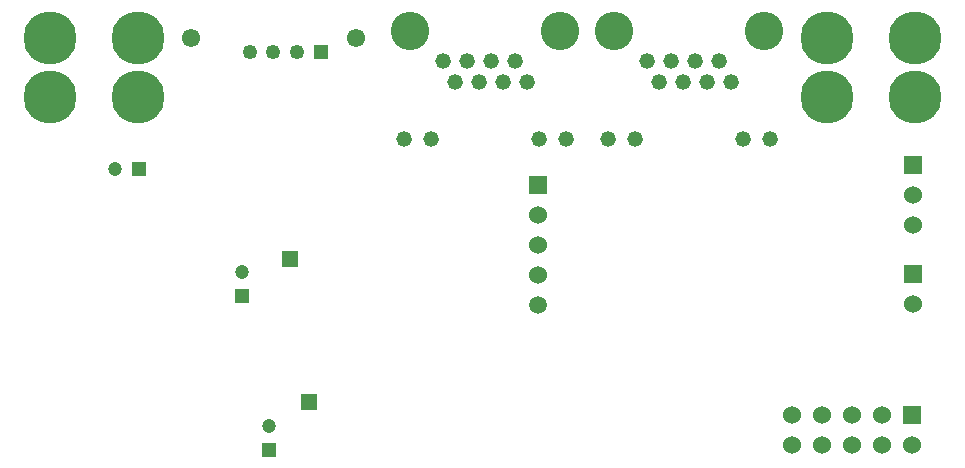
<source format=gbs>
G04 #@! TF.FileFunction,Soldermask,Bot*
%FSLAX46Y46*%
G04 Gerber Fmt 4.6, Leading zero omitted, Abs format (unit mm)*
G04 Created by KiCad (PCBNEW (2014-jul-16 BZR unknown)-product) date Qua 03 Dez 2014 13:36:09 BRST*
%MOMM*%
G01*
G04 APERTURE LIST*
%ADD10C,0.150000*%
%ADD11R,1.397000X1.397000*%
%ADD12C,1.320800*%
%ADD13C,3.251200*%
%ADD14R,1.524000X1.524000*%
%ADD15C,1.524000*%
%ADD16C,1.500000*%
%ADD17C,4.500000*%
%ADD18C,1.200000*%
%ADD19R,1.200000X1.200000*%
%ADD20R,1.250000X1.250000*%
%ADD21C,1.250000*%
%ADD22C,1.550000*%
G04 APERTURE END LIST*
D10*
D11*
X22930160Y-21250800D03*
X24511000Y-33324800D03*
D12*
X32542000Y-11104000D03*
X34828000Y-11104000D03*
X43972000Y-11104000D03*
X46258000Y-11104000D03*
X42956000Y-6278000D03*
X40924000Y-6278000D03*
X38892000Y-6278000D03*
X36860000Y-6278000D03*
X39908000Y-4500000D03*
X37876000Y-4500000D03*
X41940000Y-4500000D03*
X35844000Y-4500000D03*
D13*
X33050000Y-1960000D03*
X45750000Y-1960000D03*
D12*
X49842000Y-11104000D03*
X52128000Y-11104000D03*
X61272000Y-11104000D03*
X63558000Y-11104000D03*
X60256000Y-6278000D03*
X58224000Y-6278000D03*
X56192000Y-6278000D03*
X54160000Y-6278000D03*
X57208000Y-4500000D03*
X55176000Y-4500000D03*
X59240000Y-4500000D03*
X53144000Y-4500000D03*
D13*
X50350000Y-1960000D03*
X63050000Y-1960000D03*
D14*
X75604800Y-34452600D03*
D15*
X75604800Y-36992600D03*
X73064800Y-34452600D03*
X73064800Y-36992600D03*
X70524800Y-34452600D03*
X70524800Y-36992600D03*
X67984800Y-34452600D03*
X67984800Y-36992600D03*
X65444800Y-34452600D03*
X65444800Y-36992600D03*
D14*
X43900000Y-15020000D03*
D15*
X43900000Y-17560000D03*
X43900000Y-20100000D03*
X43900000Y-22640000D03*
D16*
X43900000Y-25180000D03*
D14*
X75624800Y-13282600D03*
D15*
X75624800Y-15822600D03*
X75624800Y-18362600D03*
D14*
X75624800Y-22552600D03*
D15*
X75624800Y-25092600D03*
D17*
X75850000Y-7500000D03*
X68350000Y-7500000D03*
X75850000Y-2500000D03*
X68350000Y-2500000D03*
X10050000Y-7500000D03*
X2550000Y-7500000D03*
X10050000Y-2500000D03*
X2550000Y-2500000D03*
D18*
X8100000Y-13600000D03*
D19*
X10100000Y-13600000D03*
D18*
X21100000Y-35400000D03*
D19*
X21100000Y-37400000D03*
D18*
X18830160Y-22350800D03*
D19*
X18830160Y-24350800D03*
D20*
X25500000Y-3750000D03*
D21*
X21500000Y-3750000D03*
X19500000Y-3750000D03*
D22*
X28500000Y-2500000D03*
X14500000Y-2500000D03*
D21*
X23500000Y-3750000D03*
M02*

</source>
